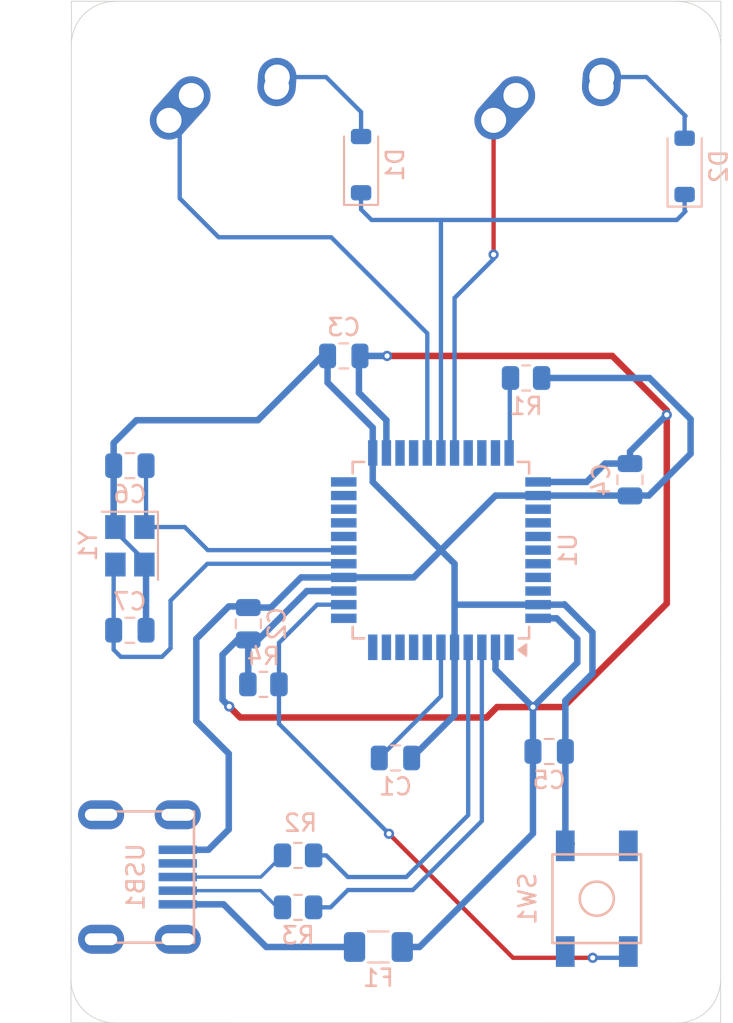
<source format=kicad_pcb>
(kicad_pcb (version 20240108) (generator "pcbnew") (generator_version "8.0")
  (layers (0 "F.Cu" signal) (31 "B.Cu" signal) (34 "B.Paste" user) (35 "F.Paste" user) (36 "B.SilkS" user "B.Silkscreen") (37 "F.SilkS" user "F.Silkscreen") (38 "B.Mask" user) (39 "F.Mask" user) (44 "Edge.Cuts" user))
  (net 0 "")
  (net 1 "GND")
  (net 2 "Net-(U1-UCAP)")
  (net 3 "+5V")
  (net 4 "Net-(U1-XTAL1)")
  (net 5 "ROW0")
  (net 6 "Net-(D1-A)")
  (net 7 "Net-(D2-A)")
  (net 8 "VCC")
  (net 9 "COL0")
  (net 10 "COL1")
  (net 11 "Net-(U1-~{HWB}{slash}PE2)")
  (net 12 "Net-(U1-D+)")
  (net 13 "D+")
  (net 14 "Net-(U1-D-)")
  (net 15 "D-")
  (net 16 "Net-(U1-~{RESET})")
  (net 42 "Net-(U1-XTAL2)")
  (footprint "MX_Alps_Hybrid:MX-1U-NoLED" (layer "F.Cu") (at 67.317883 48.262198)
    (property "Reference" "MX1")
    (property "Value" "MX-NoLED")
    (pad "" np_thru_hole circle (at -5.08 0 48.0996) (size 1.75 1.75) (drill 1.75) (layers "*.Cu" "*.Mask"))
    (pad "" np_thru_hole circle (at 0 0) (size 3.9878 3.9878) (drill 3.9878) (layers "*.Cu" "*.Mask"))
    (pad "" np_thru_hole circle (at 5.08 0 48.0996) (size 1.75 1.75) (drill 1.75) (layers "*.Cu" "*.Mask"))
    (pad "1" thru_hole oval (at -3.81 -2.54 48.0996) (size 4.211556 2.25) (drill 1.47 (offset 0.980778 0)) (layers "*.Cu" "B.Mask") (net 9 "COL0"))
    (pad "1" thru_hole circle (at -2.5 -4) (size 2.25 2.25) (drill 1.47) (layers "*.Cu" "B.Mask") (net 9 "COL0"))
    (pad "2" thru_hole oval (at 2.5 -4.5 86.0548) (size 2.831378 2.25) (drill 1.47 (offset 0.290689 0)) (layers "*.Cu" "B.Mask") (net 6 "Net-(D1-A)"))
    (pad "2" thru_hole circle (at 2.54 -5.08) (size 2.25 2.25) (drill 1.47) (layers "*.Cu" "B.Mask") (net 6 "Net-(D1-A)"))
  )
  (footprint "MX_Alps_Hybrid:MX-1U-NoLED" (layer "F.Cu") (at 86.36 48.26)
    (property "Reference" "MX2")
    (property "Value" "MX-NoLED")
    (pad "" np_thru_hole circle (at -5.08 0 48.0996) (size 1.75 1.75) (drill 1.75) (layers "*.Cu" "*.Mask"))
    (pad "" np_thru_hole circle (at 0 0) (size 3.9878 3.9878) (drill 3.9878) (layers "*.Cu" "*.Mask"))
    (pad "" np_thru_hole circle (at 5.08 0 48.0996) (size 1.75 1.75) (drill 1.75) (layers "*.Cu" "*.Mask"))
    (pad "1" thru_hole oval (at -3.81 -2.54 48.0996) (size 4.211556 2.25) (drill 1.47 (offset 0.980778 0)) (layers "*.Cu" "B.Mask") (net 10 "COL1"))
    (pad "1" thru_hole circle (at -2.5 -4) (size 2.25 2.25) (drill 1.47) (layers "*.Cu" "B.Mask") (net 10 "COL1"))
    (pad "2" thru_hole oval (at 2.5 -4.5 86.0548) (size 2.831378 2.25) (drill 1.47 (offset 0.290689 0)) (layers "*.Cu" "B.Mask") (net 7 "Net-(D2-A)"))
    (pad "2" thru_hole circle (at 2.54 -5.08) (size 2.25 2.25) (drill 1.47) (layers "*.Cu" "B.Mask") (net 7 "Net-(D2-A)"))
  )
  (footprint "Diode_SMD:D_SOD-123" (layer "B.Cu") (at 93.756584 48.418115 90)
    (property "Reference" "D2" (at 0 2 270) (layer "B.SilkS") (effects (justify mirror)))
    (property "Value" "D_Small")
    (fp_line (start 1.65 -1) (end -2.36 -1) (stroke (width 0.12)) (layer "B.SilkS"))
    (fp_line (start -2.36 -1) (end -2.36 1) (stroke (width 0.12)) (layer "B.SilkS"))
    (fp_line (start 1.65 1) (end -2.36 1) (stroke (width 0.12)) (layer "B.SilkS"))
    (pad "1" smd roundrect (at -1.65 0 90) (size 0.9 1.2) (layers "B.Cu" "B.Paste" "B.Mask") (net 5 "ROW0"))
    (pad "2" smd roundrect (at 1.65 0 90) (size 0.9 1.2) (layers "B.Cu" "B.Paste" "B.Mask") (net 7 "Net-(D2-A)"))
  )
  (footprint "Capacitor_SMD:C_0805_2012Metric" (layer "B.Cu") (at 90.551 66.802 -90)
    (property "Reference" "C4" (at 0 1.68 90) (layer "B.SilkS") (effects (justify mirror)))
    (property "Value" "0.1uf")
    (fp_line (start 0.261252 0.735) (end -0.261252 0.735) (stroke (width 0.12)) (layer "B.SilkS"))
    (fp_line (start 0.261252 -0.735) (end -0.261252 -0.735) (stroke (width 0.12)) (layer "B.SilkS"))
    (pad "1" smd roundrect (at -0.95 0 270) (size 1 1.45) (layers "B.Cu" "B.Paste" "B.Mask") (net 3 "+5V"))
    (pad "2" smd roundrect (at 0.95 0 270) (size 1 1.45) (layers "B.Cu" "B.Paste" "B.Mask") (net 1 "GND"))
  )
  (footprint "Fuse:Fuse_1206_3216Metric" (layer "B.Cu") (at 75.792 94.21)
    (property "Reference" "F1" (at 0 1.82 360) (layer "B.SilkS") (effects (justify mirror)))
    (property "Value" "500mA")
    (fp_line (start 0.602064 -0.91) (end -0.602064 -0.91) (stroke (width 0.12)) (layer "B.SilkS"))
    (fp_line (start 0.602064 0.91) (end -0.602064 0.91) (stroke (width 0.12)) (layer "B.SilkS"))
    (pad "1" smd roundrect (at -1.4 0) (size 1.25 1.75) (layers "B.Cu" "B.Paste" "B.Mask") (roundrect_rratio 0.2) (net 8 "VCC"))
    (pad "2" smd roundrect (at 1.4 0) (size 1.25 1.75) (layers "B.Cu" "B.Paste" "B.Mask") (roundrect_rratio 0.2) (net 3 "+5V"))
  )
  (footprint "Resistor_SMD:R_0805_2012Metric" (layer "B.Cu") (at 84.455 60.833)
    (property "Reference" "R1" (at 0 1.65 360) (layer "B.SilkS") (effects (justify mirror)))
    (property "Value" "10k")
    (fp_line (start 0.227064 -0.735) (end -0.227064 -0.735) (stroke (width 0.12)) (layer "B.SilkS"))
    (fp_line (start 0.227064 0.735) (end -0.227064 0.735) (stroke (width 0.12)) (layer "B.SilkS"))
    (pad "1" smd roundrect (at -0.9125 0) (size 1.025 1.4) (layers "B.Cu" "B.Paste" "B.Mask") (roundrect_rratio 0.243902) (net 11 "Net-(U1-~{HWB}{slash}PE2)"))
    (pad "2" smd roundrect (at 0.9125 0) (size 1.025 1.4) (layers "B.Cu" "B.Paste" "B.Mask") (roundrect_rratio 0.243902) (net 1 "GND"))
  )
  (footprint "Capacitor_SMD:C_0805_2012Metric" (layer "B.Cu") (at 73.76 59.539 180)
    (property "Reference" "C3" (at 0 1.68 180) (layer "B.SilkS") (effects (justify mirror)))
    (property "Value" "0.1uf")
    (fp_line (start 0.261252 0.735) (end -0.261252 0.735) (stroke (width 0.12)) (layer "B.SilkS"))
    (fp_line (start 0.261252 -0.735) (end -0.261252 -0.735) (stroke (width 0.12)) (layer "B.SilkS"))
    (pad "1" smd roundrect (at -0.95 0 180) (size 1 1.45) (layers "B.Cu" "B.Paste" "B.Mask") (net 3 "+5V"))
    (pad "2" smd roundrect (at 0.95 0 180) (size 1 1.45) (layers "B.Cu" "B.Paste" "B.Mask") (net 1 "GND"))
  )
  (footprint "Resistor_SMD:R_0805_2012Metric" (layer "B.Cu") (at 71.078 91.886)
    (property "Reference" "R3" (at 0 1.65 360) (layer "B.SilkS") (effects (justify mirror)))
    (property "Value" "22")
    (fp_line (start 0.227064 -0.735) (end -0.227064 -0.735) (stroke (width 0.12)) (layer "B.SilkS"))
    (fp_line (start 0.227064 0.735) (end -0.227064 0.735) (stroke (width 0.12)) (layer "B.SilkS"))
    (pad "1" smd roundrect (at -0.9125 0) (size 1.025 1.4) (layers "B.Cu" "B.Paste" "B.Mask") (roundrect_rratio 0.243902) (net 15 "D-"))
    (pad "2" smd roundrect (at 0.9125 0) (size 1.025 1.4) (layers "B.Cu" "B.Paste" "B.Mask") (roundrect_rratio 0.243902) (net 14 "Net-(U1-D-)"))
  )
  (footprint "Capacitor_SMD:C_0805_2012Metric" (layer "B.Cu") (at 61.211 65.978)
    (property "Reference" "C6" (at 0 1.68 360) (layer "B.SilkS") (effects (justify mirror)))
    (property "Value" "22pf")
    (fp_line (start 0.261252 -0.735) (end -0.261252 -0.735) (stroke (width 0.12)) (layer "B.SilkS"))
    (fp_line (start 0.261252 0.735) (end -0.261252 0.735) (stroke (width 0.12)) (layer "B.SilkS"))
    (pad "1" smd roundrect (at -0.95 0) (size 1 1.45) (layers "B.Cu" "B.Paste" "B.Mask") (net 1 "GND"))
    (pad "2" smd roundrect (at 0.95 0) (size 1 1.45) (layers "B.Cu" "B.Paste" "B.Mask") (net 4 "Net-(U1-XTAL1)"))
  )
  (footprint "Capacitor_SMD:C_0805_2012Metric" (layer "B.Cu") (at 76.793 83.123)
    (property "Reference" "C1" (at 0 1.68 360) (layer "B.SilkS") (effects (justify mirror)))
    (property "Value" "1uf")
    (fp_line (start 0.261252 -0.735) (end -0.261252 -0.735) (stroke (width 0.12)) (layer "B.SilkS"))
    (fp_line (start 0.261252 0.735) (end -0.261252 0.735) (stroke (width 0.12)) (layer "B.SilkS"))
    (pad "1" smd roundrect (at -0.95 0) (size 1 1.45) (layers "B.Cu" "B.Paste" "B.Mask") (net 2 "Net-(U1-UCAP)"))
    (pad "2" smd roundrect (at 0.95 0) (size 1 1.45) (layers "B.Cu" "B.Paste" "B.Mask") (net 1 "GND"))
  )
  (footprint "Resistor_SMD:R_0805_2012Metric" (layer "B.Cu") (at 69.046 78.805 180)
    (property "Reference" "R4" (at 0 1.65 180) (layer "B.SilkS") (effects (justify mirror)))
    (property "Value" "10k")
    (fp_line (start 0.227064 0.735) (end -0.227064 0.735) (stroke (width 0.12)) (layer "B.SilkS"))
    (fp_line (start 0.227064 -0.735) (end -0.227064 -0.735) (stroke (width 0.12)) (layer "B.SilkS"))
    (pad "1" smd roundrect (at -0.9125 0 180) (size 1.025 1.4) (layers "B.Cu" "B.Paste" "B.Mask") (roundrect_rratio 0.243902) (net 16 "Net-(U1-~{RESET})"))
    (pad "2" smd roundrect (at 0.9125 0 180) (size 1.025 1.4) (layers "B.Cu" "B.Paste" "B.Mask") (roundrect_rratio 0.243902) (net 3 "+5V"))
  )
  (footprint "Package_QFP:TQFP-44_10x10mm_P0.8mm" (layer "B.Cu") (at 79.46 70.931 90)
    (property "Reference" "U1" (at 0 7.45 270) (layer "B.SilkS") (effects (justify mirror)))
    (property "Value" "ATmega32U4-A")
    (fp_line (start 4.5 -5.175) (end 5.175 -5.175) (stroke (width 0.15)) (layer "B.SilkS"))
    (fp_line (start -4.5 -5.175) (end -5.175 -5.175) (stroke (width 0.15)) (layer "B.SilkS"))
    (fp_line (start 5.175 -4.5) (end 5.175 -5.175) (stroke (width 0.15)) (layer "B.SilkS"))
    (fp_line (start -5.175 -4.5) (end -5.175 -5.175) (stroke (width 0.15)) (layer "B.SilkS"))
    (fp_line (start 5.175 4.5) (end 5.175 5.175) (stroke (width 0.15)) (layer "B.SilkS"))
    (fp_line (start -5.175 4.56) (end -5.175 5.175) (stroke (width 0.15)) (layer "B.SilkS"))
    (fp_line (start 4.5 5.175) (end 5.175 5.175) (stroke (width 0.15)) (layer "B.SilkS"))
    (fp_line (start -4.5 5.175) (end -5.175 5.175) (stroke (width 0.15)) (layer "B.SilkS"))
    (fp_poly (pts (xy -5.86 4.54) (xy -6.2 5.01) (xy -5.52 5.01) (xy -5.86 4.54)) (stroke (width 0.12)) (fill solid) (layer "B.SilkS"))
    (pad "1" smd rect (at -5.7 4 90) (size 1.5 0.55) (layers "B.Cu" "B.Paste" "B.Mask"))
    (pad "2" smd rect (at -5.7 3.2 90) (size 1.5 0.55) (layers "B.Cu" "B.Paste" "B.Mask") (net 3 "+5V"))
    (pad "3" smd rect (at -5.7 2.4 90) (size 1.5 0.55) (layers "B.Cu" "B.Paste" "B.Mask") (net 14 "Net-(U1-D-)"))
    (pad "4" smd rect (at -5.7 1.6 90) (size 1.5 0.55) (layers "B.Cu" "B.Paste" "B.Mask") (net 12 "Net-(U1-D+)"))
    (pad "5" smd rect (at -5.7 0.8 90) (size 1.5 0.55) (layers "B.Cu" "B.Paste" "B.Mask") (net 1 "GND"))
    (pad "6" smd rect (at -5.7 0 90) (size 1.5 0.55) (layers "B.Cu" "B.Paste" "B.Mask") (net 2 "Net-(U1-UCAP)"))
    (pad "7" smd rect (at -5.7 -0.8 90) (size 1.5 0.55) (layers "B.Cu" "B.Paste" "B.Mask") (net 3 "+5V"))
    (pad "8" smd rect (at -5.7 -1.6 90) (size 1.5 0.55) (layers "B.Cu" "B.Paste" "B.Mask"))
    (pad "9" smd rect (at -5.7 -2.4 90) (size 1.5 0.55) (layers "B.Cu" "B.Paste" "B.Mask"))
    (pad "10" smd rect (at -5.7 -3.2 90) (size 1.5 0.55) (layers "B.Cu" "B.Paste" "B.Mask"))
    (pad "11" smd rect (at -5.7 -4 90) (size 1.5 0.55) (layers "B.Cu" "B.Paste" "B.Mask"))
    (pad "12" smd rect (at -4 -5.7) (size 1.5 0.55) (layers "B.Cu" "B.Paste" "B.Mask"))
    (pad "13" smd rect (at -3.2 -5.7) (size 1.5 0.55) (layers "B.Cu" "B.Paste" "B.Mask") (net 16 "Net-(U1-~{RESET})"))
    (pad "14" smd rect (at -2.4 -5.7) (size 1.5 0.55) (layers "B.Cu" "B.Paste" "B.Mask") (net 3 "+5V"))
    (pad "15" smd rect (at -1.6 -5.7) (size 1.5 0.55) (layers "B.Cu" "B.Paste" "B.Mask") (net 1 "GND"))
    (pad "16" smd rect (at -0.8 -5.7) (size 1.5 0.55) (layers "B.Cu" "B.Paste" "B.Mask") (net 42 "Net-(U1-XTAL2)"))
    (pad "17" smd rect (at 0 -5.7) (size 1.5 0.55) (layers "B.Cu" "B.Paste" "B.Mask") (net 4 "Net-(U1-XTAL1)"))
    (pad "18" smd rect (at 0.8 -5.7) (size 1.5 0.55) (layers "B.Cu" "B.Paste" "B.Mask"))
    (pad "19" smd rect (at 1.6 -5.7) (size 1.5 0.55) (layers "B.Cu" "B.Paste" "B.Mask"))
    (pad "20" smd rect (at 2.4 -5.7) (size 1.5 0.55) (layers "B.Cu" "B.Paste" "B.Mask"))
    (pad "21" smd rect (at 3.2 -5.7) (size 1.5 0.55) (layers "B.Cu" "B.Paste" "B.Mask"))
    (pad "22" smd rect (at 4 -5.7) (size 1.5 0.55) (layers "B.Cu" "B.Paste" "B.Mask"))
    (pad "23" smd rect (at 5.7 -4 90) (size 1.5 0.55) (layers "B.Cu" "B.Paste" "B.Mask") (net 1 "GND"))
    (pad "24" smd rect (at 5.7 -3.2 90) (size 1.5 0.55) (layers "B.Cu" "B.Paste" "B.Mask") (net 3 "+5V"))
    (pad "25" smd rect (at 5.7 -2.4 90) (size 1.5 0.55) (layers "B.Cu" "B.Paste" "B.Mask"))
    (pad "26" smd rect (at 5.7 -1.6 90) (size 1.5 0.55) (layers "B.Cu" "B.Paste" "B.Mask"))
    (pad "27" smd rect (at 5.7 -0.8 90) (size 1.5 0.55) (layers "B.Cu" "B.Paste" "B.Mask") (net 9 "COL0"))
    (pad "28" smd rect (at 5.7 0 90) (size 1.5 0.55) (layers "B.Cu" "B.Paste" "B.Mask") (net 5 "ROW0"))
    (pad "29" smd rect (at 5.7 0.8 90) (size 1.5 0.55) (layers "B.Cu" "B.Paste" "B.Mask") (net 10 "COL1"))
    (pad "30" smd rect (at 5.7 1.6 90) (size 1.5 0.55) (layers "B.Cu" "B.Paste" "B.Mask"))
    (pad "31" smd rect (at 5.7 2.4 90) (size 1.5 0.55) (layers "B.Cu" "B.Paste" "B.Mask"))
    (pad "32" smd rect (at 5.7 3.2 90) (size 1.5 0.55) (layers "B.Cu" "B.Paste" "B.Mask"))
    (pad "33" smd rect (at 5.7 4 90) (size 1.5 0.55) (layers "B.Cu" "B.Paste" "B.Mask") (net 11 "Net-(U1-~{HWB}{slash}PE2)"))
    (pad "34" smd rect (at 4 5.7) (size 1.5 0.55) (layers "B.Cu" "B.Paste" "B.Mask") (net 3 "+5V"))
    (pad "35" smd rect (at 3.2 5.7) (size 1.5 0.55) (layers "B.Cu" "B.Paste" "B.Mask") (net 1 "GND"))
    (pad "36" smd rect (at 2.4 5.7) (size 1.5 0.55) (layers "B.Cu" "B.Paste" "B.Mask"))
    (pad "37" smd rect (at 1.6 5.7) (size 1.5 0.55) (layers "B.Cu" "B.Paste" "B.Mask"))
    (pad "38" smd rect (at 0.8 5.7) (size 1.5 0.55) (layers "B.Cu" "B.Paste" "B.Mask"))
    (pad "39" smd rect (at 0 5.7) (size 1.5 0.55) (layers "B.Cu" "B.Paste" "B.Mask"))
    (pad "40" smd rect (at -0.8 5.7) (size 1.5 0.55) (layers "B.Cu" "B.Paste" "B.Mask"))
    (pad "41" smd rect (at -1.6 5.7) (size 1.5 0.55) (layers "B.Cu" "B.Paste" "B.Mask"))
    (pad "42" smd rect (at -2.4 5.7) (size 1.5 0.55) (layers "B.Cu" "B.Paste" "B.Mask"))
    (pad "43" smd rect (at -3.2 5.7) (size 1.5 0.55) (layers "B.Cu" "B.Paste" "B.Mask") (net 1 "GND"))
    (pad "44" smd rect (at -4 5.7) (size 1.5 0.55) (layers "B.Cu" "B.Paste" "B.Mask") (net 3 "+5V"))
  )
  (footprint "Diode_SMD:D_SOD-123" (layer "B.Cu") (at 74.776 48.318479 90)
    (property "Reference" "D1" (at 0 2 270) (layer "B.SilkS") (effects (justify mirror)))
    (property "Value" "D_Small")
    (fp_line (start 1.65 -1) (end -2.36 -1) (stroke (width 0.12)) (layer "B.SilkS"))
    (fp_line (start -2.36 -1) (end -2.36 1) (stroke (width 0.12)) (layer "B.SilkS"))
    (fp_line (start 1.65 1) (end -2.36 1) (stroke (width 0.12)) (layer "B.SilkS"))
    (pad "1" smd roundrect (at -1.65 0 90) (size 0.9 1.2) (layers "B.Cu" "B.Paste" "B.Mask") (net 5 "ROW0"))
    (pad "2" smd roundrect (at 1.65 0 90) (size 0.9 1.2) (layers "B.Cu" "B.Paste" "B.Mask") (net 6 "Net-(D1-A)"))
  )
  (footprint "Crystal:Crystal_SMD_3225-4Pin_3.2x2.5mm" (layer "B.Cu") (at 61.211 70.677 -90)
    (property "Reference" "Y1" (at 0 2.45 90) (layer "B.SilkS") (effects (justify mirror)))
    (property "Value" "Crystal_GND24_Small")
    (fp_line (start -2 -1.65) (end -2 1.65) (stroke (width 0.12)) (layer "B.SilkS"))
    (fp_line (start 2 -1.65) (end -2 -1.65) (stroke (width 0.12)) (layer "B.SilkS"))
    (pad "1" smd rect (at -1.1 -0.85 270) (size 1.4 1.2) (layers "B.Cu" "B.Paste" "B.Mask") (net 4 "Net-(U1-XTAL1)"))
    (pad "2" smd rect (at 1.1 -0.85 270) (size 1.4 1.2) (layers "B.Cu" "B.Paste" "B.Mask") (net 1 "GND"))
    (pad "3" smd rect (at 1.1 0.85 270) (size 1.4 1.2) (layers "B.Cu" "B.Paste" "B.Mask") (net 42 "Net-(U1-XTAL2)"))
    (pad "4" smd rect (at -1.1 0.85 270) (size 1.4 1.2) (layers "B.Cu" "B.Paste" "B.Mask") (net 1 "GND"))
  )
  (footprint "Resistor_SMD:R_0805_2012Metric" (layer "B.Cu") (at 71.078 88.838 180)
    (property "Reference" "R2" (at -0.1505 1.904 180) (layer "B.SilkS") (effects (justify mirror)))
    (property "Value" "22")
    (fp_line (start 0.227064 0.735) (end -0.227064 0.735) (stroke (width 0.12)) (layer "B.SilkS"))
    (fp_line (start 0.227064 -0.735) (end -0.227064 -0.735) (stroke (width 0.12)) (layer "B.SilkS"))
    (pad "1" smd roundrect (at -0.9125 0 180) (size 1.025 1.4) (layers "B.Cu" "B.Paste" "B.Mask") (roundrect_rratio 0.243902) (net 12 "Net-(U1-D+)"))
    (pad "2" smd roundrect (at 0.9125 0 180) (size 1.025 1.4) (layers "B.Cu" "B.Paste" "B.Mask") (roundrect_rratio 0.243902) (net 13 "D+"))
  )
  (footprint "Capacitor_SMD:C_0805_2012Metric" (layer "B.Cu") (at 85.81 82.742)
    (property "Reference" "C5" (at 0 1.68 360) (layer "B.SilkS") (effects (justify mirror)))
    (property "Value" "10uf")
    (fp_line (start 0.261252 -0.735) (end -0.261252 -0.735) (stroke (width 0.12)) (layer "B.SilkS"))
    (fp_line (start 0.261252 0.735) (end -0.261252 0.735) (stroke (width 0.12)) (layer "B.SilkS"))
    (pad "1" smd roundrect (at -0.95 0) (size 1 1.45) (layers "B.Cu" "B.Paste" "B.Mask") (net 3 "+5V"))
    (pad "2" smd roundrect (at 0.95 0) (size 1 1.45) (layers "B.Cu" "B.Paste" "B.Mask") (net 1 "GND"))
  )
  (footprint "random-keyboard-parts:Molex-0548190589" (layer "B.Cu") (at 59.521 90.108)
    (property "Reference" "USB1" (at 2.032 0 90) (layer "B.SilkS") (effects (justify mirror)))
    (property "Value" "Molex-0548190589")
    (fp_line (start 5.45 -3.85) (end 0 -3.85) (stroke (width 0.15)) (layer "B.SilkS"))
    (fp_line (start 5.45 -3.85) (end 5.45 3.85) (stroke (width 0.15)) (layer "B.SilkS"))
    (fp_line (start 5.45 3.85) (end 0 3.85) (stroke (width 0.15)) (layer "B.SilkS"))
    (pad "1" smd rect (at 4.5 -1.6) (size 2.25 0.5) (layers "B.Cu" "B.Paste" "B.Mask") (net 1 "GND"))
    (pad "2" smd rect (at 4.5 -0.8) (size 2.25 0.5) (layers "B.Cu" "B.Paste" "B.Mask"))
    (pad "3" smd rect (at 4.5 0) (size 2.25 0.5) (layers "B.Cu" "B.Paste" "B.Mask") (net 13 "D+"))
    (pad "4" smd rect (at 4.5 0.8) (size 2.25 0.5) (layers "B.Cu" "B.Paste" "B.Mask") (net 15 "D-"))
    (pad "5" smd rect (at 4.5 1.6) (size 2.25 0.5) (layers "B.Cu" "B.Paste" "B.Mask") (net 8 "VCC"))
    (pad "6" thru_hole oval (at 0 -3.65) (size 2.7 1.7) (drill oval 1.9 0.7) (layers "*.Cu" "*.Mask"))
    (pad "6" thru_hole oval (at 0 3.65) (size 2.7 1.7) (drill oval 1.9 0.7) (layers "*.Cu" "*.Mask"))
    (pad "6" thru_hole oval (at 4.5 -3.65) (size 2.7 1.7) (drill oval 1.9 0.7) (layers "*.Cu" "*.Mask"))
    (pad "6" thru_hole oval (at 4.5 3.65) (size 2.7 1.7) (drill oval 1.9 0.7) (layers "*.Cu" "*.Mask"))
  )
  (footprint "Capacitor_SMD:C_0805_2012Metric" (layer "B.Cu") (at 61.211 75.63 180)
    (property "Reference" "C7" (at 0 1.68 180) (layer "B.SilkS") (effects (justify mirror)))
    (property "Value" "22pf")
    (fp_line (start 0.261252 0.735) (end -0.261252 0.735) (stroke (width 0.12)) (layer "B.SilkS"))
    (fp_line (start 0.261252 -0.735) (end -0.261252 -0.735) (stroke (width 0.12)) (layer "B.SilkS"))
    (pad "1" smd roundrect (at -0.95 0 180) (size 1 1.45) (layers "B.Cu" "B.Paste" "B.Mask") (net 1 "GND"))
    (pad "2" smd roundrect (at 0.95 0 180) (size 1 1.45) (layers "B.Cu" "B.Paste" "B.Mask") (net 42 "Net-(U1-XTAL2)"))
  )
  (footprint "random-keyboard-parts:SKQG-1155865" (layer "B.Cu") (at 88.604 91.378 90)
    (property "Reference" "SW1" (at 0 -4.064 270) (layer "B.SilkS") (effects (justify mirror)))
    (property "Value" "SW_Push")
    (fp_line (start 2.6 -2.6) (end 2.6 2.6) (stroke (width 0.15)) (layer "B.SilkS"))
    (fp_line (start -2.6 -2.6) (end 2.6 -2.6) (stroke (width 0.15)) (layer "B.SilkS"))
    (fp_line (start 2.6 2.6) (end -2.6 2.6) (stroke (width 0.15)) (layer "B.SilkS"))
    (fp_line (start -2.6 2.6) (end -2.6 -2.6) (stroke (width 0.15)) (layer "B.SilkS"))
    (fp_circle (center 0 0) (end 1 0) (stroke (width 0.15)) (fill none) (layer "B.SilkS"))
    (pad "1" smd rect (at 3.1 -1.85 90) (size 1.8 1.1) (layers "B.Cu" "B.Paste" "B.Mask") (net 1 "GND"))
    (pad "2" smd rect (at -3.1 1.85 90) (size 1.8 1.1) (layers "B.Cu" "B.Paste" "B.Mask") (net 16 "Net-(U1-~{RESET})"))
    (pad "3" smd rect (at 3.1 1.85 90) (size 1.8 1.1) (layers "B.Cu" "B.Paste" "B.Mask"))
    (pad "4" smd rect (at -3.1 -1.85 90) (size 1.8 1.1) (layers "B.Cu" "B.Paste" "B.Mask"))
  )
  (footprint "Capacitor_SMD:C_0805_2012Metric" (layer "B.Cu") (at 68.157 75.249 90)
    (property "Reference" "C2" (at 0 1.68 270) (layer "B.SilkS") (effects (justify mirror)))
    (property "Value" "0.1uf")
    (fp_line (start 0.261252 -0.735) (end -0.261252 -0.735) (stroke (width 0.12)) (layer "B.SilkS"))
    (fp_line (start 0.261252 0.735) (end -0.261252 0.735) (stroke (width 0.12)) (layer "B.SilkS"))
    (pad "1" smd roundrect (at -0.95 0 90) (size 1 1.45) (layers "B.Cu" "B.Paste" "B.Mask") (net 3 "+5V"))
    (pad "2" smd roundrect (at 0.95 0 90) (size 1 1.45) (layers "B.Cu" "B.Paste" "B.Mask") (net 1 "GND"))
  )
  (gr_line (start 95.866949 98.660949) (end 95.885 38.735) (stroke (width 0.05)) (layer "Edge.Cuts"))
  (gr_line (start 57.785 38.735) (end 57.758 98.655) (stroke (width 0.05)) (layer "Edge.Cuts"))
  (gr_arc (start 60.298 98.655) (mid 58.501949 97.911051) (end 57.758 96.115) (stroke (width 0.05)) (layer "Edge.Cuts"))
  (gr_line (start 57.785 38.735) (end 95.885 38.735) (stroke (width 0.05)) (layer "Edge.Cuts"))
  (gr_line (start 57.758 98.655) (end 95.866949 98.660949) (stroke (width 0.05)) (layer "Edge.Cuts"))
  (gr_arc (start 93.326984 38.745193) (mid 95.124874 39.48243) (end 95.87487 41.275035) (stroke (width 0.05)) (layer "Edge.Cuts"))
  (gr_arc (start 95.866949 96.120949) (mid 95.123 97.917) (end 93.326949 98.660949) (stroke (width 0.05)) (layer "Edge.Cuts"))
  (gr_arc (start 57.779852 41.284079) (mid 58.527159 39.488886) (end 60.324978 38.747919) (stroke (width 0.05)) (layer "Edge.Cuts"))
  (segment (start 72.49 59.539) (end 72.81 59.539) (width 0.381) (layer "B.Cu") (net 1))
  (segment (start 86.674 74.131) (end 86.699 74.106) (width 0.381) (layer "B.Cu") (net 1))
  (segment (start 71.256 72.531) (end 73.76 72.531) (width 0.381) (layer "B.Cu") (net 1))
  (segment (start 60.261 65.978) (end 60.261 64.642) (width 0.381) (layer "B.Cu") (net 1))
  (segment (start 60.361 69.827) (end 62.061 71.527) (width 0.254) (layer "B.Cu") (net 1))
  (segment (start 86.699 74.106) (end 88.35 75.757) (width 0.381) (layer "B.Cu") (net 1))
  (segment (start 80.26 73.852) (end 80.26 74.131) (width 0.381) (layer "B.Cu") (net 1))
  (segment (start 86.76 87.776) (end 87.135 88.151) (width 0.381) (layer "B.Cu") (net 1))
  (segment (start 67.838342 74.233) (end 67.014 74.233) (width 0.381) (layer "B.Cu") (net 1))
  (segment (start 67.014 74.233) (end 65.109 76.138) (width 0.381) (layer "B.Cu") (net 1))
  (segment (start 67.014 82.869) (end 67.014 87.314) (width 0.381) (layer "B.Cu") (net 1))
  (segment (start 79.46 70.931) (end 80.26 71.731) (width 0.381) (layer "B.Cu") (net 1))
  (segment (start 65.109 76.138) (end 65.109 80.964) (width 0.381) (layer "B.Cu") (net 1))
  (segment (start 88.35 78.17) (end 86.76 79.76) (width 0.381) (layer "B.Cu") (net 1))
  (segment (start 75.46 66.931) (end 75.46 65.231) (width 0.381) (layer "B.Cu") (net 1))
  (segment (start 65.82 88.508) (end 64.021 88.508) (width 0.381) (layer "B.Cu") (net 1))
  (segment (start 72.81 59.539) (end 72.81 61.101) (width 0.381) (layer "B.Cu") (net 1))
  (segment (start 67.904342 74.299) (end 67.838342 74.233) (width 0.381) (layer "B.Cu") (net 1))
  (segment (start 62.161 75.63) (end 62.161 71.877) (width 0.381) (layer "B.Cu") (net 1))
  (segment (start 60.361 69.958) (end 60.361 70.077) (width 0.381) (layer "B.Cu") (net 1))
  (segment (start 61.592 63.311) (end 68.718 63.311) (width 0.381) (layer "B.Cu") (net 1))
  (segment (start 82.66 67.731) (end 85.16 67.731) (width 0.381) (layer "B.Cu") (net 1))
  (segment (start 60.261 64.642) (end 61.592 63.311) (width 0.381) (layer "B.Cu") (net 1))
  (segment (start 80.26 74.131) (end 85.16 74.131) (width 0.381) (layer "B.Cu") (net 1))
  (segment (start 68.157 74.299) (end 69.488 74.299) (width 0.381) (layer "B.Cu") (net 1))
  (segment (start 85.16 74.131) (end 86.674 74.131) (width 0.381) (layer "B.Cu") (net 1))
  (segment (start 77.86 72.531) (end 79.46 70.931) (width 0.381) (layer "B.Cu") (net 1))
  (segment (start 60.361 69.577) (end 60.361 69.958) (width 0.381) (layer "B.Cu") (net 1))
  (segment (start 79.46 70.931) (end 82.66 67.731) (width 0.381) (layer "B.Cu") (net 1))
  (segment (start 79.46 70.931) (end 75.46 66.931) (width 0.381) (layer "B.Cu") (net 1))
  (segment (start 68.157 74.299) (end 67.904342 74.299) (width 0.381) (layer "B.Cu") (net 1))
  (segment (start 60.261 69.858) (end 60.361 69.958) (width 0.381) (layer "B.Cu") (net 1))
  (segment (start 91.654 67.731) (end 85.16 67.731) (width 0.381) (layer "B.Cu") (net 1))
  (segment (start 65.109 80.964) (end 67.014 82.869) (width 0.381) (layer "B.Cu") (net 1))
  (segment (start 94.107 65.278) (end 91.654 67.731) (width 0.381) (layer "B.Cu") (net 1))
  (segment (start 80.26 80.606) (end 80.26 76.631) (width 0.381) (layer "B.Cu") (net 1))
  (segment (start 94.107 63.246) (end 94.107 65.278) (width 0.381) (layer "B.Cu") (net 1))
  (segment (start 85.201 74.172) (end 85.16 74.131) (width 0.381) (layer "B.Cu") (net 1))
  (segment (start 62.161 71.877) (end 62.061 71.777) (width 0.381) (layer "B.Cu") (net 1))
  (segment (start 75.46 63.751) (end 75.46 65.231) (width 0.381) (layer "B.Cu") (net 1))
  (segment (start 80.26 73.852) (end 80.26 76.631) (width 0.381) (layer "B.Cu") (net 1))
  (segment (start 86.76 82.742) (end 86.76 87.776) (width 0.381) (layer "B.Cu") (net 1))
  (segment (start 80.26 71.731) (end 80.26 73.852) (width 0.381) (layer "B.Cu") (net 1))
  (segment (start 60.261 65.978) (end 60.261 69.477) (width 0.381) (layer "B.Cu") (net 1))
  (segment (start 91.694 60.833) (end 94.107 63.246) (width 0.381) (layer "B.Cu") (net 1))
  (segment (start 68.718 63.311) (end 72.49 59.539) (width 0.381) (layer "B.Cu") (net 1))
  (segment (start 77.743 83.123) (end 80.26 80.606) (width 0.381) (layer "B.Cu") (net 1))
  (segment (start 60.361 69.577) (end 60.361 69.827) (width 0.381) (layer "B.Cu") (net 1))
  (segment (start 60.261 69.477) (end 60.361 69.577) (width 0.381) (layer "B.Cu") (net 1))
  (segment (start 67.014 87.314) (end 65.82 88.508) (width 0.381) (layer "B.Cu") (net 1))
  (segment (start 85.3675 60.833) (end 91.694 60.833) (width 0.381) (layer "B.Cu") (net 1))
  (segment (start 86.76 79.76) (end 86.76 82.742) (width 0.381) (layer "B.Cu") (net 1))
  (segment (start 62.061 71.527) (end 62.061 71.777) (width 0.381) (layer "B.Cu") (net 1))
  (segment (start 73.76 72.531) (end 77.86 72.531) (width 0.381) (layer "B.Cu") (net 1))
  (segment (start 69.488 74.299) (end 71.256 72.531) (width 0.381) (layer "B.Cu") (net 1))
  (segment (start 88.35 75.757) (end 88.35 78.17) (width 0.381) (layer "B.Cu") (net 1))
  (segment (start 72.81 61.101) (end 75.46 63.751) (width 0.381) (layer "B.Cu") (net 1))
  (segment (start 79.46 76.631) (end 79.46 79.506) (width 0.254) (layer "B.Cu") (net 2))
  (segment (start 79.46 79.506) (end 75.843 83.123) (width 0.254) (layer "B.Cu") (net 2))
  (segment (start 86.638 80.136) (end 84.86 80.136) (width 0.381) (layer "F.Cu") (net 3))
  (segment (start 82.142 80.748) (end 82.754 80.136) (width 0.381) (layer "F.Cu") (net 3))
  (segment (start 92.71 62.992) (end 92.71 62.738) (width 0.381) (layer "F.Cu") (net 3))
  (segment (start 92.71 62.992) (end 92.71 74.064) (width 0.381) (layer "F.Cu") (net 3))
  (segment (start 92.71 74.064) (end 86.638 80.136) (width 0.381) (layer "F.Cu") (net 3))
  (segment (start 89.511 59.539) (end 76.3 59.539) (width 0.381) (layer "F.Cu") (net 3))
  (segment (start 82.754 80.136) (end 84.86 80.136) (width 0.381) (layer "F.Cu") (net 3))
  (segment (start 67.687 80.748) (end 82.142 80.748) (width 0.381) (layer "F.Cu") (net 3))
  (segment (start 67.0405 80.1015) (end 67.687 80.748) (width 0.381) (layer "F.Cu") (net 3))
  (segment (start 92.71 62.738) (end 89.511 59.539) (width 0.381) (layer "F.Cu") (net 3))
  (via (at 67.0405 80.1015) (size 0.6) (drill 0.3) (layers "F.Cu" "B.Cu") (net 3))
  (via (at 76.3 59.539) (size 0.6) (drill 0.3) (layers "F.Cu" "B.Cu") (net 3))
  (via (at 92.71 62.992) (size 0.6) (drill 0.3) (layers "F.Cu" "B.Cu") (net 3))
  (via (at 84.86 80.136) (size 0.6) (drill 0.3) (layers "F.Cu" "B.Cu") (net 3))
  (segment (start 76.26 65.231) (end 76.26 63.309) (width 0.381) (layer "B.Cu") (net 3))
  (segment (start 78.205 94.21) (end 84.86 87.555) (width 0.381) (layer "B.Cu") (net 3))
  (segment (start 84.86 80.141) (end 84.86 80.136) (width 0.381) (layer "B.Cu") (net 3))
  (segment (start 76.26 63.309) (end 74.649 61.698) (width 0.381) (layer "B.Cu") (net 3))
  (segment (start 84.86 80.136) (end 87.461 77.535) (width 0.381) (layer "B.Cu") (net 3))
  (segment (start 76.3 59.539) (end 74.71 59.539) (width 0.381) (layer "B.Cu") (net 3))
  (segment (start 71.599 73.331) (end 73.76 73.331) (width 0.381) (layer "B.Cu") (net 3))
  (segment (start 66.648 77.065) (end 67.514 76.199) (width 0.381) (layer "B.Cu") (net 3))
  (segment (start 89.088 65.852) (end 88.009 66.931) (width 0.381) (layer "B.Cu") (net 3))
  (segment (start 68.731 76.199) (end 71.599 73.331) (width 0.381) (layer "B.Cu") (net 3))
  (segment (start 87.461 76.138) (end 86.254 74.931) (width 0.381) (layer "B.Cu") (net 3))
  (segment (start 92.71 62.992) (end 90.551 65.151) (width 0.381) (layer "B.Cu") (net 3))
  (segment (start 90.551 65.151) (end 90.551 65.852) (width 0.381) (layer "B.Cu") (net 3))
  (segment (start 67.0405 80.1015) (end 66.648 79.709) (width 0.381) (layer "B.Cu") (net 3))
  (segment (start 74.649 59.6) (end 74.71 59.539) (width 0.381) (layer "B.Cu") (net 3))
  (segment (start 67.514 76.199) (end 68.157 76.199) (width 0.381) (layer "B.Cu") (net 3))
  (segment (start 90.551 65.852) (end 89.088 65.852) (width 0.381) (layer "B.Cu") (net 3))
  (segment (start 68.157 76.199) (end 68.731 76.199) (width 0.381) (layer "B.Cu") (net 3))
  (segment (start 68.157 76.199) (end 68.157 78.7815) (width 0.381) (layer "B.Cu") (net 3))
  (segment (start 86.254 74.931) (end 85.16 74.931) (width 0.381) (layer "B.Cu") (net 3))
  (segment (start 84.86 87.555) (end 84.86 82.742) (width 0.381) (layer "B.Cu") (net 3))
  (segment (start 87.461 77.535) (end 87.461 76.138) (width 0.381) (layer "B.Cu") (net 3))
  (segment (start 82.66 77.941) (end 82.66 76.631) (width 0.381) (layer "B.Cu") (net 3))
  (segment (start 77.192 94.21) (end 78.205 94.21) (width 0.381) (layer "B.Cu") (net 3))
  (segment (start 88.009 66.931) (end 85.16 66.931) (width 0.381) (layer "B.Cu") (net 3))
  (segment (start 74.649 61.698) (end 74.649 59.6) (width 0.381) (layer "B.Cu") (net 3))
  (segment (start 84.86 80.141) (end 82.66 77.941) (width 0.381) (layer "B.Cu") (net 3))
  (segment (start 66.648 79.709) (end 66.648 77.065) (width 0.381) (layer "B.Cu") (net 3))
  (segment (start 68.157 78.7815) (end 68.1335 78.805) (width 0.381) (layer "B.Cu") (net 3))
  (segment (start 84.86 82.742) (end 84.86 80.141) (width 0.381) (layer "B.Cu") (net 3))
  (segment (start 73.76 70.931) (end 65.783 70.931) (width 0.254) (layer "B.Cu") (net 4))
  (segment (start 62.161 69.858) (end 62.061 69.958) (width 0.254) (layer "B.Cu") (net 4))
  (segment (start 62.161 69.477) (end 62.061 69.577) (width 0.254) (layer "B.Cu") (net 4))
  (segment (start 65.783 70.931) (end 64.429 69.577) (width 0.254) (layer "B.Cu") (net 4))
  (segment (start 62.161 65.978) (end 62.161 69.477) (width 0.254) (layer "B.Cu") (net 4))
  (segment (start 64.429 69.577) (end 62.061 69.577) (width 0.254) (layer "B.Cu") (net 4))
  (segment (start 93.806057 51.054) (end 93.756584 51.004527) (width 0.254) (layer "B.Cu") (net 5))
  (segment (start 79.46 65.231) (end 79.46 51.604) (width 0.254) (layer "B.Cu") (net 5))
  (segment (start 79.46 51.604) (end 79.502 51.562) (width 0.254) (layer "B.Cu") (net 5))
  (segment (start 93.756584 51.004527) (end 93.756584 50.068115) (width 0.254) (layer "B.Cu") (net 5))
  (segment (start 74.776 49.968479) (end 74.776 50.946943) (width 0.254) (layer "B.Cu") (net 5))
  (segment (start 75.391057 51.562) (end 78.613 51.562) (width 0.254) (layer "B.Cu") (net 5))
  (segment (start 79.502 51.562) (end 93.298057 51.562) (width 0.254) (layer "B.Cu") (net 5))
  (segment (start 78.613 51.562) (end 79.502 51.562) (width 0.254) (layer "B.Cu") (net 5))
  (segment (start 93.298057 51.562) (end 93.806057 51.054) (width 0.254) (layer "B.Cu") (net 5))
  (segment (start 74.776 50.946943) (end 75.391057 51.562) (width 0.254) (layer "B.Cu") (net 5))
  (segment (start 74.776 45.231943) (end 72.726255 43.182198) (width 0.254) (layer "B.Cu") (net 6))
  (segment (start 72.726255 43.182198) (end 69.42994 43.182198) (width 0.254) (layer "B.Cu") (net 6))
  (segment (start 74.776 46.668479) (end 74.776 45.231943) (width 0.254) (layer "B.Cu") (net 6))
  (segment (start 91.520057 43.18) (end 88.472057 43.18) (width 0.254) (layer "B.Cu") (net 7))
  (segment (start 93.756584 45.515473) (end 93.806057 45.466) (width 0.254) (layer "B.Cu") (net 7))
  (segment (start 93.756584 46.768115) (end 93.756584 45.515473) (width 0.254) (layer "B.Cu") (net 7))
  (segment (start 93.806057 45.466) (end 91.520057 43.18) (width 0.254) (layer "B.Cu") (net 7))
  (segment (start 69.211 94.21) (end 74.392 94.21) (width 0.381) (layer "B.Cu") (net 8))
  (segment (start 64.021 91.708) (end 66.709 91.708) (width 0.381) (layer "B.Cu") (net 8))
  (segment (start 66.709 91.708) (end 69.211 94.21) (width 0.381) (layer "B.Cu") (net 8))
  (segment (start 66.421 52.578) (end 64.135 50.292) (width 0.254) (layer "B.Cu") (net 9))
  (segment (start 78.66 58.213) (end 73.025 52.578) (width 0.254) (layer "B.Cu") (net 9))
  (segment (start 73.025 52.578) (end 66.421 52.578) (width 0.254) (layer "B.Cu") (net 9))
  (segment (start 78.66 65.231) (end 78.66 58.213) (width 0.254) (layer "B.Cu") (net 9))
  (segment (start 64.135 50.292) (end 64.135 46.349315) (width 0.254) (layer "B.Cu") (net 9))
  (segment (start 64.135 46.349315) (end 63.507883 45.722198) (width 0.254) (layer "B.Cu") (net 9))
  (segment (start 82.55 53.594) (end 82.55 45.72) (width 0.254) (layer "F.Cu") (net 10))
  (via (at 82.55 53.594) (size 0.6) (drill 0.3) (layers "F.Cu" "B.Cu") (net 10))
  (segment (start 82.55 53.594) (end 82.55 53.848) (width 0.254) (layer "B.Cu") (net 10))
  (segment (start 80.26 56.138) (end 80.26 65.231) (width 0.254) (layer "B.Cu") (net 10))
  (segment (start 82.55 53.848) (end 80.26 56.138) (width 0.254) (layer "B.Cu") (net 10))
  (segment (start 83.5005 65.1905) (end 83.46 65.231) (width 0.254) (layer "B.Cu") (net 11))
  (segment (start 83.5425 60.833) (end 83.5005 60.875) (width 0.254) (layer "B.Cu") (net 11))
  (segment (start 83.5005 60.875) (end 83.5005 65.1905) (width 0.254) (layer "B.Cu") (net 11))
  (segment (start 73.999 90.108) (end 77.428 90.108) (width 0.254) (layer "B.Cu") (net 12))
  (segment (start 72.729 88.838) (end 73.999 90.108) (width 0.254) (layer "B.Cu") (net 12))
  (segment (start 77.428 90.108) (end 81.06 86.476) (width 0.254) (layer "B.Cu") (net 12))
  (segment (start 81.06 86.476) (end 81.06 76.631) (width 0.254) (layer "B.Cu") (net 12))
  (segment (start 71.9905 88.838) (end 72.729 88.838) (width 0.254) (layer "B.Cu") (net 12))
  (segment (start 64.021 90.108) (end 68.8955 90.108) (width 0.2) (layer "B.Cu") (net 13))
  (segment (start 68.8955 90.108) (end 70.1655 88.838) (width 0.2) (layer "B.Cu") (net 13))
  (segment (start 81.86 86.819) (end 81.86 76.631) (width 0.254) (layer "B.Cu") (net 14))
  (segment (start 72.983 91.886) (end 73.999 90.87) (width 0.254) (layer "B.Cu") (net 14))
  (segment (start 77.809 90.87) (end 81.86 86.819) (width 0.254) (layer "B.Cu") (net 14))
  (segment (start 73.999 90.87) (end 77.809 90.87) (width 0.254) (layer "B.Cu") (net 14))
  (segment (start 71.9905 91.886) (end 72.983 91.886) (width 0.254) (layer "B.Cu") (net 14))
  (segment (start 69.85975 91.886) (end 70.1655 91.886) (width 0.2) (layer "B.Cu") (net 15))
  (segment (start 68.88175 90.908) (end 69.85975 91.886) (width 0.2) (layer "B.Cu") (net 15))
  (segment (start 64.021 90.908) (end 68.88175 90.908) (width 0.2) (layer "B.Cu") (net 15))
  (segment (start 76.412 87.568) (end 83.689 94.845) (width 0.254) (layer "F.Cu") (net 16))
  (segment (start 83.689 94.845) (end 88.365 94.845) (width 0.254) (layer "F.Cu") (net 16))
  (via (at 76.412 87.568) (size 0.6) (drill 0.3) (layers "F.Cu" "B.Cu") (net 16))
  (via (at 88.365 94.845) (size 0.6) (drill 0.3) (layers "F.Cu" "B.Cu") (net 16))
  (segment (start 69.9585 78.805) (end 69.9585 81.1145) (width 0.254) (layer "B.Cu") (net 16))
  (segment (start 69.9585 76.3685) (end 69.9585 78.805) (width 0.254) (layer "B.Cu") (net 16))
  (segment (start 69.9585 81.1145) (end 76.412 87.568) (width 0.254) (layer "B.Cu") (net 16))
  (segment (start 73.76 74.131) (end 72.196 74.131) (width 0.254) (layer "B.Cu") (net 16))
  (segment (start 90.454 94.735) (end 90.454 94.478) (width 0.254) (layer "B.Cu") (net 16))
  (segment (start 72.196 74.131) (end 69.9585 76.3685) (width 0.254) (layer "B.Cu") (net 16))
  (segment (start 90.344 94.845) (end 90.454 94.735) (width 0.254) (layer "B.Cu") (net 16))
  (segment (start 88.365 94.845) (end 90.344 94.845) (width 0.254) (layer "B.Cu") (net 16))
  (segment (start 60.261 75.63) (end 60.261 76.774) (width 0.254) (layer "B.Cu") (net 42))
  (segment (start 65.759 71.731) (end 73.76 71.731) (width 0.254) (layer "B.Cu") (net 42))
  (segment (start 63.6 73.89) (end 65.759 71.731) (width 0.254) (layer "B.Cu") (net 42))
  (segment (start 60.261 76.774) (end 60.679 77.192) (width 0.254) (layer "B.Cu") (net 42))
  (segment (start 63.6 76.684) (end 63.6 73.89) (width 0.254) (layer "B.Cu") (net 42))
  (segment (start 60.679 77.192) (end 63.092 77.192) (width 0.254) (layer "B.Cu") (net 42))
  (segment (start 63.092 77.192) (end 63.6 76.684) (width 0.254) (layer "B.Cu") (net 42))
  (segment (start 60.261 72.258) (end 60.361 72.158) (width 0.254) (layer "B.Cu") (net 42))
  (segment (start 60.261 75.63) (end 60.261 71.877) (width 0.254) (layer "B.Cu") (net 42))
  (segment (start 60.261 71.877) (end 60.361 71.777) (width 0.254) (layer "B.Cu") (net 42))
)
</source>
